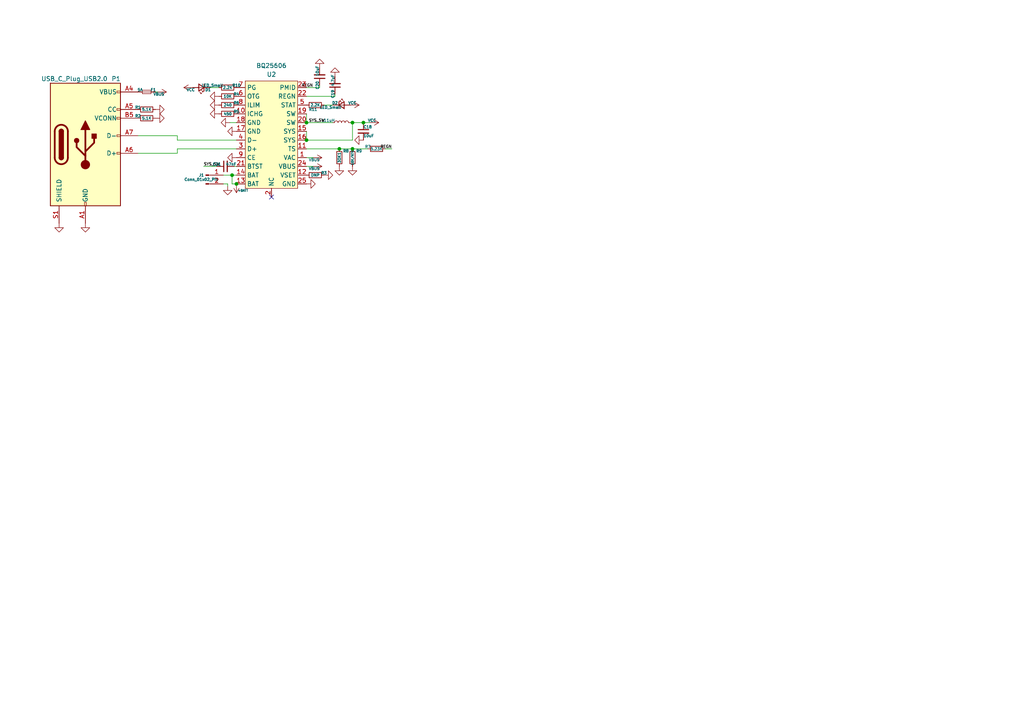
<source format=kicad_sch>
(kicad_sch (version 20230121) (generator eeschema)
  (paper "A4")
  (lib_symbols
    (symbol "Connector:Conn_01x02_Pin" (pin_names (offset 1.016) hide)
      (property "Reference" "J" (at 0 2.54 0))
      (property "Value" "Conn_01x02_Pin" (at 0 -5.08 0))
      (symbol "Conn_01x02_Pin_1_1"
        (polyline (pts (xy 1.27 -2.54) (xy 0.8636 -2.54)) (stroke (width 0.1524)))
        (polyline (pts (xy 1.27 0) (xy 0.8636 0)) (stroke (width 0.1524)))
        (rectangle (start 0.8636 -2.413) (end 0 -2.667) (stroke (width 0.1524)) (fill (type outline)))
        (rectangle (start 0.8636 0.127) (end 0 -0.127) (stroke (width 0.1524)) (fill (type outline)))
        (pin passive line (at 5.08 0 180) (length 3.81) (name "Pin_1") (number "1"))
        (pin passive line (at 5.08 -2.54 180) (length 3.81) (name "Pin_2") (number "2"))
      )
    )
    (symbol "Connector:USB_C_Plug_USB2.0" (pin_names (offset 1.016))
      (property "Reference" "P" (at -10.16 19.05 0))
      (property "Value" "USB_C_Plug_USB2.0" (at 12.7 19.05 0))
      (symbol "USB_C_Plug_USB2.0_0_0"
        (rectangle (start -0.254 -17.78) (end 0.254 -16.764))
        (rectangle (start 10.16 -2.286) (end 9.144 -2.794))
        (rectangle (start 10.16 2.794) (end 9.144 2.286))
        (rectangle (start 10.16 7.874) (end 9.144 7.366))
        (rectangle (start 10.16 10.414) (end 9.144 9.906))
        (rectangle (start 10.16 15.494) (end 9.144 14.986))
      )
      (symbol "USB_C_Plug_USB2.0_0_1"
        (rectangle (start -10.16 17.78) (end 10.16 -17.78) (stroke (width 0.254)) (fill (type background)))
        (arc (start -8.89 -3.81) (mid -6.985 -5.7067) (end -5.08 -3.81) (stroke (width 0.508)))
        (arc (start -7.62 -3.81) (mid -6.985 -4.4423) (end -6.35 -3.81) (stroke (width 0.254)))
        (arc (start -7.62 -3.81) (mid -6.985 -4.4423) (end -6.35 -3.81) (stroke (width 0.254)) (fill (type outline)))
        (rectangle (start -7.62 -3.81) (end -6.35 3.81) (stroke (width 0.254)) (fill (type outline)))
        (arc (start -6.35 3.81) (mid -6.985 4.4423) (end -7.62 3.81) (stroke (width 0.254)))
        (arc (start -6.35 3.81) (mid -6.985 4.4423) (end -7.62 3.81) (stroke (width 0.254)) (fill (type outline)))
        (arc (start -5.08 3.81) (mid -6.985 5.7067) (end -8.89 3.81) (stroke (width 0.508)))
        (circle (center -2.54 1.143) (radius 0.635) (stroke (width 0.254)) (fill (type outline)))
        (circle (center 0 -5.842) (radius 1.27) (fill (type outline)))
        (polyline (pts (xy -8.89 -3.81) (xy -8.89 3.81)) (stroke (width 0.508)))
        (polyline (pts (xy -5.08 3.81) (xy -5.08 -3.81)) (stroke (width 0.508)))
        (polyline (pts (xy 0 -5.842) (xy 0 4.318)) (stroke (width 0.508)))
        (polyline (pts (xy 0 -3.302) (xy -2.54 -0.762) (xy -2.54 0.508)) (stroke (width 0.508)))
        (polyline (pts (xy 0 -2.032) (xy 2.54 0.508) (xy 2.54 1.778)) (stroke (width 0.508)))
        (polyline (pts (xy -1.27 4.318) (xy 0 6.858) (xy 1.27 4.318) (xy -1.27 4.318)) (stroke (width 0.254)) (fill (type outline)))
        (rectangle (start 1.905 1.778) (end 3.175 3.048) (stroke (width 0.254)) (fill (type outline)))
      )
      (symbol "USB_C_Plug_USB2.0_1_1"
        (pin passive line (at 0 -22.86 90) (length 5.08) (name "GND") (number "A1"))
        (pin passive line (at 0 -22.86 90) (length 5.08) hide (name "GND") (number "A12"))
        (pin passive line (at 15.24 15.24 180) (length 5.08) (name "VBUS") (number "A4"))
        (pin bidirectional line (at 15.24 10.16 180) (length 5.08) (name "CC") (number "A5"))
        (pin bidirectional line (at 15.24 -2.54 180) (length 5.08) (name "D+") (number "A6"))
        (pin bidirectional line (at 15.24 2.54 180) (length 5.08) (name "D-") (number "A7"))
        (pin passive line (at 15.24 15.24 180) (length 5.08) hide (name "VBUS") (number "A9"))
        (pin passive line (at 0 -22.86 90) (length 5.08) hide (name "GND") (number "B1"))
        (pin passive line (at 0 -22.86 90) (length 5.08) hide (name "GND") (number "B12"))
        (pin passive line (at 15.24 15.24 180) (length 5.08) hide (name "VBUS") (number "B4"))
        (pin bidirectional line (at 15.24 7.62 180) (length 5.08) (name "VCONN") (number "B5"))
        (pin passive line (at 15.24 15.24 180) (length 5.08) hide (name "VBUS") (number "B9"))
        (pin passive line (at -7.62 -22.86 90) (length 5.08) (name "SHIELD") (number "S1"))
      )
    )
    (symbol "Device:C_Small" (pin_numbers hide) (pin_names (offset 0.254) hide)
      (property "Reference" "C" (at 0.254 1.778 0))
      (property "Value" "C_Small" (at 0.254 -2.032 0))
      (symbol "C_Small_0_1"
        (polyline (pts (xy -1.524 -0.508) (xy 1.524 -0.508)) (stroke (width 0.3302)))
        (polyline (pts (xy -1.524 0.508) (xy 1.524 0.508)) (stroke (width 0.3048)))
      )
      (symbol "C_Small_1_1"
        (pin passive line (at 0 2.54 270) (length 2.032) (name "~") (number "1"))
        (pin passive line (at 0 -2.54 90) (length 2.032) (name "~") (number "2"))
      )
    )
    (symbol "Device:Fuse_Small" (pin_numbers hide) (pin_names (offset 0.254) hide)
      (property "Reference" "F" (at 0 -1.524 0))
      (property "Value" "Fuse_Small" (at 0 1.524 0))
      (symbol "Fuse_Small_0_1"
        (rectangle (start -1.27 0.508) (end 1.27 -0.508))
        (polyline (pts (xy -1.27 0) (xy 1.27 0)))
      )
      (symbol "Fuse_Small_1_1"
        (pin passive line (at -2.54 0 0) (length 1.27) (name "~") (number "1"))
        (pin passive line (at 2.54 0 180) (length 1.27) (name "~") (number "2"))
      )
    )
    (symbol "Device:LED_Small" (pin_numbers hide) (pin_names (offset 0.254) hide)
      (property "Reference" "D" (at -1.27 3.175 0))
      (property "Value" "LED_Small" (at -4.445 -2.54 0))
      (symbol "LED_Small_0_1"
        (polyline (pts (xy -0.762 -1.016) (xy -0.762 1.016)) (stroke (width 0.254)))
        (polyline (pts (xy 1.016 0) (xy -0.762 0)))
        (polyline (pts (xy 0.762 -1.016) (xy -0.762 0) (xy 0.762 1.016) (xy 0.762 -1.016)) (stroke (width 0.254)))
        (polyline (pts (xy 0 0.762) (xy -0.508 1.27) (xy -0.254 1.27) (xy -0.508 1.27) (xy -0.508 1.016)))
        (polyline (pts (xy 0.508 1.27) (xy 0 1.778) (xy 0.254 1.778) (xy 0 1.778) (xy 0 1.524)))
      )
      (symbol "LED_Small_1_1"
        (pin passive line (at -2.54 0 0) (length 1.778) (name "K") (number "1"))
        (pin passive line (at 2.54 0 180) (length 1.778) (name "A") (number "2"))
      )
    )
    (symbol "Device:L_Small" (pin_numbers hide) (pin_names (offset 0.254) hide)
      (property "Reference" "L" (at 0.762 1.016 0))
      (property "Value" "L_Small" (at 0.762 -1.016 0))
      (symbol "L_Small_0_1"
        (arc (start 0 -2.032) (mid 0.5058 -1.524) (end 0 -1.016))
        (arc (start 0 -1.016) (mid 0.5058 -0.508) (end 0 0))
        (arc (start 0 0) (mid 0.5058 0.508) (end 0 1.016))
        (arc (start 0 1.016) (mid 0.5058 1.524) (end 0 2.032))
      )
      (symbol "L_Small_1_1"
        (pin passive line (at 0 2.54 270) (length 0.508) (name "~") (number "1"))
        (pin passive line (at 0 -2.54 90) (length 0.508) (name "~") (number "2"))
      )
    )
    (symbol "Device:R_Small" (pin_numbers hide) (pin_names (offset 0.254) hide)
      (property "Reference" "R" (at 0.762 0.508 0))
      (property "Value" "R_Small" (at 0.762 -1.016 0))
      (symbol "R_Small_0_1"
        (rectangle (start -0.762 1.778) (end 0.762 -1.778) (stroke (width 0.2032)))
      )
      (symbol "R_Small_1_1"
        (pin passive line (at 0 2.54 270) (length 0.762) (name "~") (number "1"))
        (pin passive line (at 0 -2.54 90) (length 0.762) (name "~") (number "2"))
      )
    )
    (symbol "Symbols:BQ25606"
      (property "Reference" "U" (at 5.08 1.27 0))
      (property "Value" "BQ25606" (at 0 1.27 0))
      (symbol "BQ25606_0_1"
        (rectangle (start -7.62 0) (end 7.62 -31.115) (fill (type background)))
      )
      (symbol "BQ25606_1_1"
        (pin input line (at -10.16 -22.225 0) (length 2.54) (name "VAC") (number "1"))
        (pin input line (at 10.16 -9.525 180) (length 2.54) (name "ICHG") (number "10"))
        (pin input line (at -10.16 -19.685 0) (length 2.54) (name "TS") (number "11"))
        (pin input line (at -10.16 -27.305 0) (length 2.54) (name "VSET") (number "12"))
        (pin passive line (at 10.16 -29.845 180) (length 2.54) (name "BAT") (number "13"))
        (pin passive line (at 10.16 -27.305 180) (length 2.54) (name "BAT") (number "14"))
        (pin passive line (at -10.16 -14.605 0) (length 2.54) (name "SYS") (number "15"))
        (pin passive line (at -10.16 -17.145 0) (length 2.54) (name "SYS") (number "16"))
        (pin passive line (at 10.16 -14.605 180) (length 2.54) (name "GND") (number "17"))
        (pin passive line (at 10.16 -12.065 180) (length 2.54) (name "GND") (number "18"))
        (pin passive line (at -10.16 -9.525 0) (length 2.54) (name "SW") (number "19"))
        (pin passive line (at 0 -33.655 90) (length 2.54) (name "NC") (number "2"))
        (pin passive line (at -10.16 -12.065 0) (length 2.54) (name "SW") (number "20"))
        (pin passive line (at 10.16 -24.765 180) (length 2.54) (name "BTST") (number "21"))
        (pin passive line (at -10.16 -4.445 0) (length 2.54) (name "REGN") (number "22"))
        (pin passive line (at -10.16 -1.905 0) (length 2.54) (name "PMID") (number "23"))
        (pin passive line (at -10.16 -24.765 0) (length 2.54) (name "VBUS") (number "24"))
        (pin passive line (at -10.16 -29.845 0) (length 2.54) (name "GND") (number "25"))
        (pin bidirectional line (at 10.16 -19.685 180) (length 2.54) (name "D+") (number "3"))
        (pin bidirectional line (at 10.16 -17.145 180) (length 2.54) (name "D-") (number "4"))
        (pin output line (at -10.16 -6.985 0) (length 2.54) (name "STAT") (number "5"))
        (pin input line (at 10.16 -4.445 180) (length 2.54) (name "OTG") (number "6"))
        (pin output line (at 10.16 -1.905 180) (length 2.54) (name "PG") (number "7"))
        (pin input line (at 10.16 -6.985 180) (length 2.54) (name "ILIM") (number "8"))
        (pin input line (at 10.16 -22.225 180) (length 2.54) (name "CE") (number "9"))
      )
    )
    (symbol "power:+BATT" (power) (pin_names (offset 0))
      (property "Value" "+BATT" (at 0 3.556 0))
      (symbol "+BATT_0_1"
        (polyline (pts (xy -0.762 1.27) (xy 0 2.54)))
        (polyline (pts (xy 0 0) (xy 0 2.54)))
        (polyline (pts (xy 0 2.54) (xy 0.762 1.27)))
      )
      (symbol "+BATT_1_1"
        (pin power_in line (at 0 0 90) (length 0) hide (name "+BATT") (number "1"))
      )
    )
    (symbol "power:GND" (power) (pin_names (offset 0))
      (property "Value" "GND" (at 0 -3.81 0))
      (symbol "GND_0_1"
        (polyline (pts (xy 0 0) (xy 0 -1.27) (xy 1.27 -1.27) (xy 0 -2.54) (xy -1.27 -1.27) (xy 0 -1.27)))
      )
      (symbol "GND_1_1"
        (pin power_in line (at 0 0 270) (length 0) hide (name "GND") (number "1"))
      )
    )
    (symbol "power:VBUS" (power) (pin_names (offset 0))
      (property "Value" "VBUS" (at 0 3.81 0))
      (symbol "VBUS_0_1"
        (polyline (pts (xy -0.762 1.27) (xy 0 2.54)))
        (polyline (pts (xy 0 0) (xy 0 2.54)))
        (polyline (pts (xy 0 2.54) (xy 0.762 1.27)))
      )
      (symbol "VBUS_1_1"
        (pin power_in line (at 0 0 90) (length 0) hide (name "VBUS") (number "1"))
      )
    )
    (symbol "power:VCC" (power) (pin_names (offset 0))
      (property "Value" "VCC" (at 0 3.81 0))
      (symbol "VCC_0_1"
        (polyline (pts (xy -0.762 1.27) (xy 0 2.54)))
        (polyline (pts (xy 0 0) (xy 0 2.54)))
        (polyline (pts (xy 0 2.54) (xy 0.762 1.27)))
      )
      (symbol "VCC_1_1"
        (pin power_in line (at 0 0 90) (length 0) hide (name "VCC") (number "1"))
      )
    )
  )
  (junction (at 102.235 35.56))
  (junction (at 98.425 43.18))
  (junction (at 67.31 50.8))
  (junction (at 102.235 43.18))
  (junction (at 105.41 35.56))
  (junction (at 88.9 40.64))
  (junction (at 68.58 53.34))
  (junction (at 88.9 35.56))
  (no_connect (at 78.74 57.15))
  (wire (pts (xy 88.9 25.4) (xy 92.71 25.4)))
  (wire (pts (xy 98.425 43.18) (xy 102.235 43.18)))
  (wire (pts (xy 88.9 38.1) (xy 88.9 40.64)))
  (wire (pts (xy 67.31 50.8) (xy 68.58 50.8)))
  (wire (pts (xy 51.435 44.45) (xy 40.005 44.45)))
  (wire (pts (xy 88.9 35.56) (xy 88.9 33.02)))
  (wire (pts (xy 40.005 39.37) (xy 51.435 39.37)))
  (wire (pts (xy 111.76 43.18) (xy 113.665 43.18)))
  (wire (pts (xy 96.52 30.48) (xy 93.98 30.48)))
  (wire (pts (xy 88.9 35.56) (xy 96.52 35.56)))
  (wire (pts (xy 102.235 35.56) (xy 105.41 35.56)))
  (wire (pts (xy 66.675 35.56) (xy 68.58 35.56)))
  (wire (pts (xy 102.235 43.18) (xy 106.68 43.18)))
  (wire (pts (xy 88.9 27.94) (xy 97.155 27.94)))
  (wire (pts (xy 101.6 35.56) (xy 102.235 35.56)))
  (wire (pts (xy 97.155 27.94) (xy 97.155 27.305)))
  (wire (pts (xy 105.41 35.56) (xy 107.315 35.56)))
  (wire (pts (xy 45.72 26.67) (xy 45.085 26.67)))
  (wire (pts (xy 66.04 53.34) (xy 66.04 53.975)))
  (wire (pts (xy 88.9 48.26) (xy 90.805 48.26)))
  (wire (pts (xy 88.9 40.64) (xy 102.235 40.64)))
  (wire (pts (xy 102.235 40.64) (xy 102.235 35.56)))
  (wire (pts (xy 51.435 39.37) (xy 51.435 40.64)))
  (wire (pts (xy 88.9 45.72) (xy 90.805 45.72)))
  (wire (pts (xy 51.435 40.64) (xy 68.58 40.64)))
  (wire (pts (xy 60.96 25.4) (xy 63.5 25.4)))
  (wire (pts (xy 59.055 48.26) (xy 62.865 48.26)))
  (wire (pts (xy 68.58 53.34) (xy 67.31 53.34)))
  (wire (pts (xy 67.31 50.8) (xy 67.31 53.34)))
  (wire (pts (xy 67.945 48.26) (xy 68.58 48.26)))
  (wire (pts (xy 64.77 50.8) (xy 67.31 50.8)))
  (wire (pts (xy 88.9 43.18) (xy 98.425 43.18)))
  (wire (pts (xy 68.58 43.18) (xy 51.435 43.18)))
  (wire (pts (xy 64.77 53.34) (xy 66.04 53.34)))
  (wire (pts (xy 51.435 43.18) (xy 51.435 44.45)))
  (wire (pts (xy 92.71 25.4) (xy 92.71 24.765)))
  (label "REGN" (at 113.665 43.18 180) (effects (font (size 0.8 0.8))))
  (label "SYS_SW" (at 59.055 48.26 0) (effects (font (size 0.8 0.8))))
  (label "SYS_SW" (at 89.535 35.56 0) (effects (font (size 0.8 0.8))))
  (label "REGN" (at 90.805 25.4 180) (effects (font (size 0.8 0.8))))
  (symbol (lib_id "power:VCC") (at 101.6 30.48 270) (unit 1)
    (property "Reference" "#PWR033" (effects hide))
    (property "Value" "VCC" (at 100.965 29.845 90) (effects (font (size 0.8 0.8)) (justify left)))
  )
  (symbol (lib_id "Device:R_Small") (at 91.44 50.8 90) (unit 1)
    (property "Reference" "R3" (at 93.98 50.165 90) (effects (font (size 0.8 0.8))))
    (property "Value" "DNP" (at 91.44 50.8 90) (effects (font (size 0.8 0.8))))
  )
  (symbol (lib_id "power:GND") (at 66.04 53.975 0) (unit 1)
    (property "Reference" "#PWR045" (effects hide))
    (property "Value" "GND" (effects hide))
  )
  (symbol (lib_id "Device:Fuse_Small") (at 42.545 26.67 0) (unit 1)
    (property "Reference" "F1" (at 44.45 26.035 0) (effects (font (size 0.8 0.8))))
    (property "Value" "5A" (at 40.64 26.035 0) (effects (font (size 0.8 0.8))))
  )
  (symbol (lib_id "Symbols:BQ25606") (at 78.74 23.495 0) (mirror y) (unit 1)
    (property "Reference" "U2" (at 78.74 21.59 0))
    (property "Value" "BQ25606" (at 78.74 19.05 0))
  )
  (symbol (lib_id "power:GND") (at 63.5 33.02 270) (unit 1)
    (property "Reference" "#PWR024" (effects hide))
    (property "Value" "GND" (effects hide))
  )
  (symbol (lib_id "power:GND") (at 88.9 53.34 90) (unit 1)
    (property "Reference" "#PWR019" (effects hide))
    (property "Value" "GND" (effects hide))
  )
  (symbol (lib_id "Device:R_Small") (at 42.545 31.75 90) (unit 1)
    (property "Reference" "R1" (at 40.005 31.115 90) (effects (font (size 0.8 0.8))))
    (property "Value" "5.1K" (at 42.545 31.75 90) (effects (font (size 0.8 0.8))))
  )
  (symbol (lib_id "power:VCC") (at 55.88 25.4 90) (unit 1)
    (property "Reference" "#PWR032" (effects hide))
    (property "Value" "VCC" (at 56.515 26.035 90) (effects (font (size 0.8 0.8)) (justify left)))
  )
  (symbol (lib_id "Connector:USB_C_Plug_USB2.0") (at 24.765 41.91 0) (unit 1)
    (property "Reference" "P1" (at 33.655 22.86 0))
    (property "Value" "USB_C_Plug_USB2.0" (at 21.59 22.86 0))
    (property "Datasheet" "https://www.usb.org/sites/default/files/documents/usb_type-c.zip" (effects hide))
  )
  (symbol (lib_id "power:VCC") (at 107.315 35.56 270) (unit 1)
    (property "Reference" "#PWR027" (effects hide))
    (property "Value" "VCC" (at 106.68 34.925 90) (effects (font (size 0.8 0.8)) (justify left)))
  )
  (symbol (lib_id "power:GND") (at 24.765 64.77 0) (unit 1)
    (property "Reference" "#PWR014" (effects hide))
    (property "Value" "GND" (effects hide))
  )
  (symbol (lib_id "Device:R_Small") (at 102.235 45.72 180) (unit 1)
    (property "Reference" "R9" (at 104.14 43.815 0) (effects (font (size 0.8 0.8))))
    (property "Value" "10K/NTC" (at 102.235 45.72 90) (effects (font (size 0.64 0.64))))
  )
  (symbol (lib_id "power:GND") (at 102.235 48.26 0) (unit 1)
    (property "Reference" "#PWR031" (effects hide))
    (property "Value" "GND" (effects hide))
  )
  (symbol (lib_id "power:GND") (at 45.085 34.29 90) (unit 1)
    (property "Reference" "#PWR013" (effects hide))
    (property "Value" "GND" (effects hide))
  )
  (symbol (lib_id "Device:C_Small") (at 97.155 24.765 180) (unit 1)
    (property "Reference" "C19" (at 96.52 26.035 90) (effects (font (size 0.8 0.8)) (justify left)))
    (property "Value" "4.7uF" (at 96.52 21.59 90) (effects (font (size 0.8 0.8)) (justify left)))
  )
  (symbol (lib_id "power:GND") (at 17.145 64.77 0) (unit 1)
    (property "Reference" "#PWR015" (effects hide))
    (property "Value" "GND" (effects hide))
  )
  (symbol (lib_id "Device:R_Small") (at 91.44 30.48 270) (unit 1)
    (property "Reference" "R11" (at 90.805 31.75 90) (effects (font (size 0.8 0.8))))
    (property "Value" "2.2K" (at 91.44 30.48 90) (effects (font (size 0.8 0.8))))
  )
  (symbol (lib_id "Device:LED_Small") (at 58.42 25.4 180) (unit 1)
    (property "Reference" "D1" (at 60.325 26.035 0) (effects (font (size 0.8 0.8))))
    (property "Value" "LED_Small" (at 61.595 24.765 0) (effects (font (size 0.8 0.8))))
  )
  (symbol (lib_id "Device:C_Small") (at 105.41 38.1 0) (unit 1)
    (property "Reference" "C18" (at 105.41 36.83 0) (effects (font (size 0.8 0.8)) (justify left)))
    (property "Value" "10uF" (at 105.41 39.37 0) (effects (font (size 0.8 0.8)) (justify left)))
  )
  (symbol (lib_id "Device:R_Small") (at 109.22 43.18 90) (unit 1)
    (property "Reference" "R7" (at 106.68 42.545 90) (effects (font (size 0.8 0.8))))
    (property "Value" "5.23K" (at 109.22 43.18 90) (effects (font (size 0.8 0.8))))
  )
  (symbol (lib_id "Device:R_Small") (at 66.04 33.02 90) (unit 1)
    (property "Reference" "R5" (at 68.58 32.385 90) (effects (font (size 0.8 0.8))))
    (property "Value" "450" (at 66.04 33.02 90) (effects (font (size 0.8 0.8))))
  )
  (symbol (lib_id "power:GND") (at 92.71 19.685 180) (unit 1)
    (property "Reference" "#PWR029" (effects hide))
    (property "Value" "GND" (effects hide))
  )
  (symbol (lib_id "power:GND") (at 68.58 45.72 270) (unit 1)
    (property "Reference" "#PWR022" (effects hide))
    (property "Value" "GND" (effects hide))
  )
  (symbol (lib_id "Device:C_Small") (at 92.71 22.225 180) (unit 1)
    (property "Reference" "C20" (at 92.075 23.495 90) (effects (font (size 0.8 0.8)) (justify left)))
    (property "Value" "10uF" (at 92.075 19.05 90) (effects (font (size 0.8 0.8)) (justify left)))
  )
  (symbol (lib_id "Device:C_Small") (at 65.405 48.26 90) (unit 1)
    (property "Reference" "C21" (at 64.135 47.625 90) (effects (font (size 0.8 0.8)) (justify left)))
    (property "Value" "47nF" (at 68.58 47.625 90) (effects (font (size 0.8 0.8)) (justify left)))
  )
  (symbol (lib_id "power:GND") (at 66.675 35.56 270) (unit 1)
    (property "Reference" "#PWR017" (effects hide))
    (property "Value" "GND" (effects hide))
  )
  (symbol (lib_id "power:GND") (at 93.98 50.8 90) (unit 1)
    (property "Reference" "#PWR023" (effects hide))
    (property "Value" "GND" (effects hide))
  )
  (symbol (lib_id "power:GND") (at 98.425 48.26 0) (unit 1)
    (property "Reference" "#PWR030" (effects hide))
    (property "Value" "GND" (effects hide))
  )
  (symbol (lib_id "Device:R_Small") (at 66.04 27.94 90) (unit 1)
    (property "Reference" "R4" (at 68.58 27.305 90) (effects (font (size 0.8 0.8))))
    (property "Value" "10K" (at 66.04 27.94 90) (effects (font (size 0.8 0.8))))
  )
  (symbol (lib_id "power:VBUS") (at 90.805 45.72 270) (unit 1)
    (property "Reference" "#PWR020" (effects hide))
    (property "Value" "VBUS" (at 89.535 46.355 90) (effects (font (size 0.8 0.8)) (justify left)))
  )
  (symbol (lib_id "power:GND") (at 45.085 31.75 90) (unit 1)
    (property "Reference" "#PWR012" (effects hide))
    (property "Value" "GND" (effects hide))
  )
  (symbol (lib_id "Device:R_Small") (at 98.425 45.72 180) (unit 1)
    (property "Reference" "R8" (at 100.33 43.815 0) (effects (font (size 0.8 0.8))))
    (property "Value" "30K1" (at 98.425 45.72 90) (effects (font (size 0.8 0.8))))
  )
  (symbol (lib_id "power:+BATT") (at 68.58 53.34 180) (unit 1)
    (property "Reference" "#PWR044" (effects hide))
    (property "Value" "+BATT" (at 70.485 55.245 0) (effects (font (size 0.64 0.64))))
  )
  (symbol (lib_id "Connector:Conn_01x02_Pin") (at 59.69 50.8 0) (unit 1)
    (property "Reference" "J1" (at 58.42 50.8 0) (effects (font (size 0.8 0.8))))
    (property "Value" "Conn_01x02_Pin" (at 58.42 52.07 0) (effects (font (size 0.8 0.8))))
  )
  (symbol (lib_id "Device:LED_Small") (at 99.06 30.48 0) (unit 1)
    (property "Reference" "D2" (at 97.155 29.845 0) (effects (font (size 0.8 0.8))))
    (property "Value" "LED_Small" (at 95.885 31.115 0) (effects (font (size 0.8 0.8))))
  )
  (symbol (lib_id "power:GND") (at 105.41 40.64 270) (unit 1)
    (property "Reference" "#PWR026" (effects hide))
    (property "Value" "GND" (effects hide))
  )
  (symbol (lib_id "Device:R_Small") (at 42.545 34.29 90) (unit 1)
    (property "Reference" "R2" (at 40.005 33.655 90) (effects (font (size 0.8 0.8))))
    (property "Value" "5.1K" (at 42.545 34.29 90) (effects (font (size 0.8 0.8))))
  )
  (symbol (lib_id "power:GND") (at 63.5 30.48 270) (unit 1)
    (property "Reference" "#PWR025" (effects hide))
    (property "Value" "GND" (effects hide))
  )
  (symbol (lib_id "power:GND") (at 68.58 38.1 270) (unit 1)
    (property "Reference" "#PWR016" (effects hide))
    (property "Value" "GND" (effects hide))
  )
  (symbol (lib_id "power:VBUS") (at 45.72 26.67 270) (unit 1)
    (property "Reference" "#PWR011" (effects hide))
    (property "Value" "VBUS" (at 44.45 27.305 90) (effects (font (size 0.8 0.8)) (justify left)))
  )
  (symbol (lib_id "power:GND") (at 97.155 22.225 180) (unit 1)
    (property "Reference" "#PWR028" (effects hide))
    (property "Value" "GND" (effects hide))
  )
  (symbol (lib_id "power:VBUS") (at 90.805 48.26 270) (unit 1)
    (property "Reference" "#PWR018" (effects hide))
    (property "Value" "VBUS" (at 89.535 48.895 90) (effects (font (size 0.8 0.8)) (justify left)))
  )
  (symbol (lib_id "Device:R_Small") (at 66.04 30.48 90) (unit 1)
    (property "Reference" "R6" (at 68.58 29.845 90) (effects (font (size 0.8 0.8))))
    (property "Value" "240" (at 66.04 30.48 90) (effects (font (size 0.8 0.8))))
  )
  (symbol (lib_id "Device:L_Small") (at 99.06 35.56 90) (unit 1)
    (property "Reference" "L1" (at 93.98 34.925 90) (effects (font (size 0.8 0.8))))
    (property "Value" "1uH" (at 95.885 34.925 90) (effects (font (size 0.8 0.8))))
  )
  (symbol (lib_id "power:GND") (at 63.5 27.94 270) (unit 1)
    (property "Reference" "#PWR021" (effects hide))
    (property "Value" "GND" (effects hide))
  )
  (symbol (lib_id "Device:R_Small") (at 66.04 25.4 90) (unit 1)
    (property "Reference" "R10" (at 68.58 24.765 90) (effects (font (size 0.8 0.8))))
    (property "Value" "2.2K" (at 66.04 25.4 90) (effects (font (size 0.8 0.8))))
  )
)
</source>
